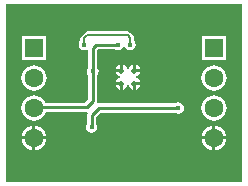
<source format=gbl>
G04*
G04 #@! TF.GenerationSoftware,Altium Limited,Altium Designer,18.1.9 (240)*
G04*
G04 Layer_Physical_Order=2*
G04 Layer_Color=16711680*
%FSLAX25Y25*%
%MOIN*%
G70*
G01*
G75*
%ADD10C,0.00984*%
%ADD12C,0.00591*%
%ADD43R,0.06299X0.06299*%
%ADD44C,0.06299*%
%ADD45C,0.01772*%
%ADD46C,0.01968*%
G36*
X78740Y0D02*
X0D01*
Y59055D01*
X78740D01*
Y0D01*
D02*
G37*
%LPC*%
G36*
X40551Y50041D02*
X27165D01*
X26660Y49941D01*
X26232Y49654D01*
X25247Y48670D01*
X24961Y48242D01*
X24860Y47736D01*
Y47055D01*
X24822Y47029D01*
X24405Y46405D01*
X24258Y45669D01*
X24405Y44934D01*
X24822Y44310D01*
X25445Y43893D01*
X26181Y43747D01*
X26917Y43893D01*
X26998Y43947D01*
X27439Y43712D01*
Y37854D01*
X27184Y37472D01*
X27038Y36736D01*
X27184Y36000D01*
X27439Y35619D01*
Y27425D01*
X26240Y26226D01*
X13138D01*
X12975Y26620D01*
X12310Y27487D01*
X11443Y28152D01*
X10434Y28570D01*
X9350Y28713D01*
X8267Y28570D01*
X7258Y28152D01*
X6391Y27487D01*
X5726Y26620D01*
X5308Y25611D01*
X5165Y24528D01*
X5308Y23444D01*
X5726Y22435D01*
X6391Y21568D01*
X7258Y20903D01*
X8267Y20485D01*
X9350Y20342D01*
X10434Y20485D01*
X11443Y20903D01*
X12310Y21568D01*
X12975Y22435D01*
X13285Y23183D01*
X26870D01*
X26912Y23192D01*
X27213Y22742D01*
X27138Y22629D01*
X27022Y22047D01*
Y19326D01*
X26767Y18945D01*
X26621Y18209D01*
X26767Y17473D01*
X27184Y16849D01*
X27808Y16432D01*
X28543Y16286D01*
X29279Y16432D01*
X29903Y16849D01*
X30320Y17473D01*
X30466Y18209D01*
X30320Y18945D01*
X30065Y19326D01*
Y21417D01*
X31634Y22986D01*
X56392D01*
X56744Y22751D01*
X57480Y22604D01*
X58216Y22751D01*
X58840Y23168D01*
X59257Y23791D01*
X59403Y24527D01*
X59257Y25263D01*
X58840Y25887D01*
X58216Y26304D01*
X57480Y26450D01*
X56744Y26304D01*
X56333Y26029D01*
X31004D01*
X30792Y25987D01*
X30741Y26014D01*
X30407Y26420D01*
X30482Y26795D01*
Y35619D01*
X30737Y36000D01*
X30883Y36736D01*
X30737Y37472D01*
X30482Y37854D01*
Y43881D01*
X30748Y44148D01*
X36284D01*
X36666Y43893D01*
X37402Y43747D01*
X38137Y43893D01*
X38761Y44310D01*
X39092Y44805D01*
X39195Y44833D01*
X39545D01*
X39648Y44805D01*
X39979Y44310D01*
X40603Y43893D01*
X41339Y43747D01*
X42074Y43893D01*
X42698Y44310D01*
X43115Y44934D01*
X43261Y45669D01*
X43115Y46405D01*
X42698Y47029D01*
X42659Y47055D01*
Y47933D01*
X42559Y48439D01*
X42272Y48867D01*
X41485Y49654D01*
X41057Y49941D01*
X40551Y50041D01*
D02*
G37*
G36*
X73500Y48677D02*
X65201D01*
Y40378D01*
X73500D01*
Y48677D01*
D02*
G37*
G36*
X13500D02*
X5201D01*
Y40378D01*
X13500D01*
Y48677D01*
D02*
G37*
G36*
X42315Y38857D02*
X42041Y38802D01*
X41384Y38364D01*
X40946Y37707D01*
X40904Y37499D01*
X40394D01*
X40353Y37707D01*
X39915Y38364D01*
X39258Y38802D01*
X38984Y38857D01*
Y36933D01*
X38484D01*
Y36433D01*
X36560D01*
X36615Y36159D01*
X37053Y35502D01*
X37710Y35064D01*
X37918Y35023D01*
Y34513D01*
X37710Y34471D01*
X37053Y34033D01*
X36615Y33377D01*
X36560Y33102D01*
X38484D01*
Y32602D01*
X38984D01*
Y30679D01*
X39258Y30733D01*
X39915Y31172D01*
X40353Y31828D01*
X40394Y32036D01*
X40904D01*
X40946Y31828D01*
X41384Y31172D01*
X42041Y30733D01*
X42315Y30679D01*
Y32602D01*
X42815D01*
Y33102D01*
X44738D01*
X44684Y33377D01*
X44245Y34033D01*
X43589Y34471D01*
X43381Y34513D01*
Y35023D01*
X43589Y35064D01*
X44245Y35502D01*
X44684Y36159D01*
X44738Y36433D01*
X42815D01*
Y36933D01*
X42315D01*
Y38857D01*
D02*
G37*
G36*
X43315D02*
Y37433D01*
X44738D01*
X44684Y37707D01*
X44245Y38364D01*
X43589Y38802D01*
X43315Y38857D01*
D02*
G37*
G36*
X37984D02*
X37710Y38802D01*
X37053Y38364D01*
X36615Y37707D01*
X36560Y37433D01*
X37984D01*
Y38857D01*
D02*
G37*
G36*
X44738Y32102D02*
X43315D01*
Y30679D01*
X43589Y30733D01*
X44245Y31172D01*
X44684Y31828D01*
X44738Y32102D01*
D02*
G37*
G36*
X37984D02*
X36560D01*
X36615Y31828D01*
X37053Y31172D01*
X37710Y30733D01*
X37984Y30679D01*
Y32102D01*
D02*
G37*
G36*
X69350Y38713D02*
X68267Y38570D01*
X67258Y38152D01*
X66391Y37487D01*
X65726Y36620D01*
X65308Y35611D01*
X65165Y34528D01*
X65308Y33444D01*
X65726Y32435D01*
X66391Y31568D01*
X67258Y30903D01*
X68267Y30485D01*
X69350Y30342D01*
X70434Y30485D01*
X71443Y30903D01*
X72310Y31568D01*
X72975Y32435D01*
X73393Y33444D01*
X73536Y34528D01*
X73393Y35611D01*
X72975Y36620D01*
X72310Y37487D01*
X71443Y38152D01*
X70434Y38570D01*
X69350Y38713D01*
D02*
G37*
G36*
X9350D02*
X8267Y38570D01*
X7258Y38152D01*
X6391Y37487D01*
X5726Y36620D01*
X5308Y35611D01*
X5165Y34528D01*
X5308Y33444D01*
X5726Y32435D01*
X6391Y31568D01*
X7258Y30903D01*
X8267Y30485D01*
X9350Y30342D01*
X10434Y30485D01*
X11443Y30903D01*
X12310Y31568D01*
X12975Y32435D01*
X13393Y33444D01*
X13536Y34528D01*
X13393Y35611D01*
X12975Y36620D01*
X12310Y37487D01*
X11443Y38152D01*
X10434Y38570D01*
X9350Y38713D01*
D02*
G37*
G36*
X69350Y28713D02*
X68267Y28570D01*
X67258Y28152D01*
X66391Y27487D01*
X65726Y26620D01*
X65308Y25611D01*
X65165Y24528D01*
X65308Y23444D01*
X65726Y22435D01*
X66391Y21568D01*
X67258Y20903D01*
X68267Y20485D01*
X69350Y20342D01*
X70434Y20485D01*
X71443Y20903D01*
X72310Y21568D01*
X72975Y22435D01*
X73393Y23444D01*
X73536Y24528D01*
X73393Y25611D01*
X72975Y26620D01*
X72310Y27487D01*
X71443Y28152D01*
X70434Y28570D01*
X69350Y28713D01*
D02*
G37*
G36*
X9850Y18647D02*
Y15028D01*
X13470D01*
X13393Y15611D01*
X12975Y16620D01*
X12310Y17487D01*
X11443Y18152D01*
X10434Y18570D01*
X9850Y18647D01*
D02*
G37*
G36*
X69850D02*
Y15028D01*
X73470D01*
X73393Y15611D01*
X72975Y16620D01*
X72310Y17487D01*
X71443Y18152D01*
X70434Y18570D01*
X69850Y18647D01*
D02*
G37*
G36*
X8850Y18647D02*
X8267Y18570D01*
X7258Y18152D01*
X6391Y17487D01*
X5726Y16620D01*
X5308Y15611D01*
X5231Y15028D01*
X8850D01*
Y18647D01*
D02*
G37*
G36*
X68850D02*
X68267Y18570D01*
X67258Y18152D01*
X66391Y17487D01*
X65726Y16620D01*
X65308Y15611D01*
X65231Y15028D01*
X68850D01*
Y18647D01*
D02*
G37*
G36*
Y14028D02*
X65231D01*
X65308Y13444D01*
X65726Y12435D01*
X66391Y11568D01*
X67258Y10903D01*
X68267Y10485D01*
X68850Y10408D01*
Y14028D01*
D02*
G37*
G36*
X8850D02*
X5231D01*
X5308Y13444D01*
X5726Y12435D01*
X6391Y11568D01*
X7258Y10903D01*
X8267Y10485D01*
X8850Y10408D01*
Y14028D01*
D02*
G37*
G36*
X13470D02*
X9850D01*
Y10408D01*
X10434Y10485D01*
X11443Y10903D01*
X12310Y11568D01*
X12975Y12435D01*
X13393Y13444D01*
X13470Y14028D01*
D02*
G37*
G36*
X73470D02*
X69850D01*
Y10408D01*
X70434Y10485D01*
X71443Y10903D01*
X72310Y11568D01*
X72975Y12435D01*
X73393Y13444D01*
X73470Y14028D01*
D02*
G37*
%LPD*%
D10*
X9350Y24528D02*
X9528Y24705D01*
X26870D01*
X28960Y26795D01*
Y36736D01*
Y44512D02*
X30118Y45669D01*
X28960Y36736D02*
Y44512D01*
X30118Y45669D02*
X37402D01*
X31004Y24508D02*
X57461D01*
X28543Y22047D02*
X31004Y24508D01*
X28543Y18209D02*
Y22047D01*
X57461Y24508D02*
X57480Y24527D01*
D12*
X40551Y48720D02*
X41339Y47933D01*
X27165Y48720D02*
X40551D01*
X26181Y47736D02*
X27165Y48720D01*
X41339Y45669D02*
Y47933D01*
X26181Y45669D02*
Y47736D01*
D43*
X69350Y44528D02*
D03*
X9350D02*
D03*
D44*
X69350Y34528D02*
D03*
Y24528D02*
D03*
Y14528D02*
D03*
X9350Y34528D02*
D03*
Y24528D02*
D03*
Y14528D02*
D03*
D45*
X26181Y45669D02*
D03*
X41339D02*
D03*
X37402D02*
D03*
X28960Y36736D02*
D03*
X28543Y18209D02*
D03*
X57480Y24527D02*
D03*
D46*
X42815Y32602D02*
D03*
X38484D02*
D03*
X42815Y36933D02*
D03*
X38484D02*
D03*
M02*

</source>
